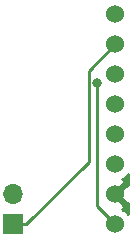
<source format=gbr>
G04 #@! TF.GenerationSoftware,KiCad,Pcbnew,(5.1.5)-3*
G04 #@! TF.CreationDate,2020-12-21T12:35:23+01:00*
G04 #@! TF.ProjectId,epimetheus_mpu6050,6570696d-6574-4686-9575-735f6d707536,rev?*
G04 #@! TF.SameCoordinates,Original*
G04 #@! TF.FileFunction,Copper,L2,Bot*
G04 #@! TF.FilePolarity,Positive*
%FSLAX46Y46*%
G04 Gerber Fmt 4.6, Leading zero omitted, Abs format (unit mm)*
G04 Created by KiCad (PCBNEW (5.1.5)-3) date 2020-12-21 12:35:23*
%MOMM*%
%LPD*%
G04 APERTURE LIST*
%ADD10C,1.524000*%
%ADD11O,1.700000X1.700000*%
%ADD12R,1.700000X1.700000*%
%ADD13C,0.800000*%
%ADD14C,0.250000*%
%ADD15C,0.254000*%
G04 APERTURE END LIST*
D10*
X179324000Y-22098000D03*
X179324000Y-24638000D03*
X179324000Y-27178000D03*
X179324000Y-29718000D03*
X179324000Y-32258000D03*
X179324000Y-34798000D03*
X179324000Y-37338000D03*
X179324000Y-39878000D03*
D11*
X170688000Y-37338000D03*
D12*
X170688000Y-39878000D03*
D13*
X177800000Y-27940000D03*
D14*
X177800000Y-38354000D02*
X179324000Y-39878000D01*
X177800000Y-27940000D02*
X177800000Y-38354000D01*
X177074999Y-34591001D02*
X177074999Y-26887001D01*
X177074999Y-26887001D02*
X179324000Y-24638000D01*
X171788000Y-39878000D02*
X177074999Y-34591001D01*
X170688000Y-39878000D02*
X171788000Y-39878000D01*
D15*
G36*
X180442000Y-36594566D02*
G01*
X180289565Y-36552040D01*
X179503605Y-37338000D01*
X180289565Y-38123960D01*
X180442000Y-38081434D01*
X180442000Y-39036673D01*
X180409120Y-38987465D01*
X180214535Y-38792880D01*
X179985727Y-38639995D01*
X179914057Y-38610308D01*
X179927023Y-38605636D01*
X180042980Y-38543656D01*
X180109960Y-38303565D01*
X179324000Y-37517605D01*
X179309858Y-37531748D01*
X179130253Y-37352143D01*
X179144395Y-37338000D01*
X179130253Y-37323858D01*
X179309858Y-37144253D01*
X179324000Y-37158395D01*
X180109960Y-36372435D01*
X180042980Y-36132344D01*
X179907240Y-36068515D01*
X179985727Y-36036005D01*
X180214535Y-35883120D01*
X180409120Y-35688535D01*
X180442000Y-35639326D01*
X180442000Y-36594566D01*
G37*
X180442000Y-36594566D02*
X180289565Y-36552040D01*
X179503605Y-37338000D01*
X180289565Y-38123960D01*
X180442000Y-38081434D01*
X180442000Y-39036673D01*
X180409120Y-38987465D01*
X180214535Y-38792880D01*
X179985727Y-38639995D01*
X179914057Y-38610308D01*
X179927023Y-38605636D01*
X180042980Y-38543656D01*
X180109960Y-38303565D01*
X179324000Y-37517605D01*
X179309858Y-37531748D01*
X179130253Y-37352143D01*
X179144395Y-37338000D01*
X179130253Y-37323858D01*
X179309858Y-37144253D01*
X179324000Y-37158395D01*
X180109960Y-36372435D01*
X180042980Y-36132344D01*
X179907240Y-36068515D01*
X179985727Y-36036005D01*
X180214535Y-35883120D01*
X180409120Y-35688535D01*
X180442000Y-35639326D01*
X180442000Y-36594566D01*
M02*

</source>
